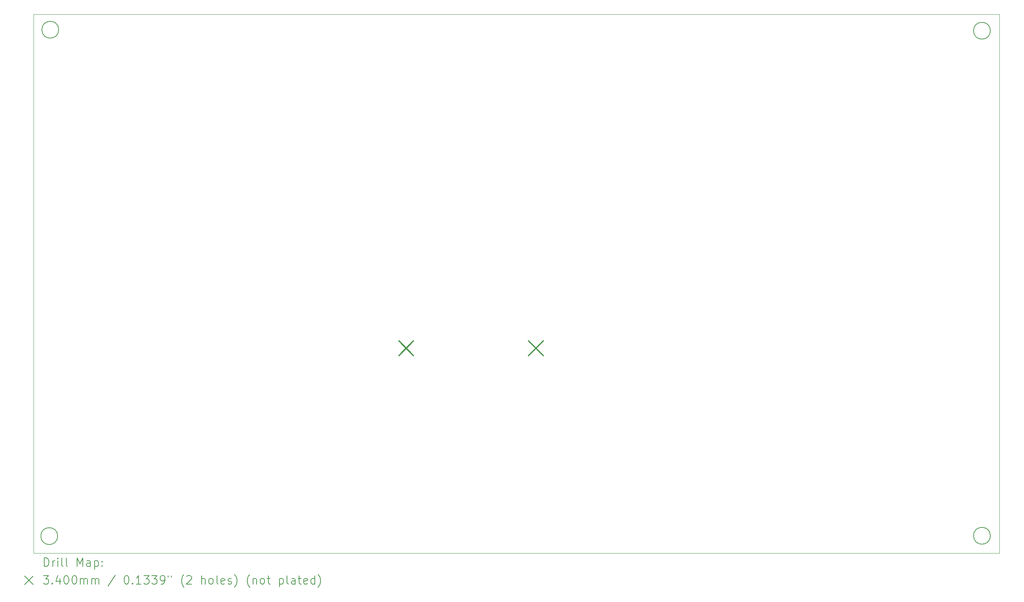
<source format=gbr>
%TF.GenerationSoftware,KiCad,Pcbnew,7.0.6*%
%TF.CreationDate,2024-01-17T13:08:57+07:00*%
%TF.ProjectId,Main,4d61696e-2e6b-4696-9361-645f70636258,rev?*%
%TF.SameCoordinates,Original*%
%TF.FileFunction,Drillmap*%
%TF.FilePolarity,Positive*%
%FSLAX45Y45*%
G04 Gerber Fmt 4.5, Leading zero omitted, Abs format (unit mm)*
G04 Created by KiCad (PCBNEW 7.0.6) date 2024-01-17 13:08:57*
%MOMM*%
%LPD*%
G01*
G04 APERTURE LIST*
%ADD10C,0.150000*%
%ADD11C,0.100000*%
%ADD12C,0.200000*%
%ADD13C,0.340000*%
G04 APERTURE END LIST*
D10*
X4655000Y-14943000D02*
G75*
G03*
X4655000Y-14943000I-200000J0D01*
G01*
X26780000Y-14935000D02*
G75*
G03*
X26780000Y-14935000I-200000J0D01*
G01*
D11*
X4080000Y-2556000D02*
X26991800Y-2556000D01*
X26991800Y-15344750D01*
X4080000Y-15344750D01*
X4080000Y-2556000D01*
D10*
X4679000Y-2921000D02*
G75*
G03*
X4679000Y-2921000I-200000J0D01*
G01*
X26780000Y-2945000D02*
G75*
G03*
X26780000Y-2945000I-200000J0D01*
G01*
D12*
D13*
X12754300Y-10314500D02*
X13094300Y-10654500D01*
X13094300Y-10314500D02*
X12754300Y-10654500D01*
X15829300Y-10314500D02*
X16169300Y-10654500D01*
X16169300Y-10314500D02*
X15829300Y-10654500D01*
D12*
X4335777Y-15661234D02*
X4335777Y-15461234D01*
X4335777Y-15461234D02*
X4383396Y-15461234D01*
X4383396Y-15461234D02*
X4411967Y-15470758D01*
X4411967Y-15470758D02*
X4431015Y-15489805D01*
X4431015Y-15489805D02*
X4440539Y-15508853D01*
X4440539Y-15508853D02*
X4450063Y-15546948D01*
X4450063Y-15546948D02*
X4450063Y-15575519D01*
X4450063Y-15575519D02*
X4440539Y-15613615D01*
X4440539Y-15613615D02*
X4431015Y-15632662D01*
X4431015Y-15632662D02*
X4411967Y-15651710D01*
X4411967Y-15651710D02*
X4383396Y-15661234D01*
X4383396Y-15661234D02*
X4335777Y-15661234D01*
X4535777Y-15661234D02*
X4535777Y-15527900D01*
X4535777Y-15565996D02*
X4545301Y-15546948D01*
X4545301Y-15546948D02*
X4554824Y-15537424D01*
X4554824Y-15537424D02*
X4573872Y-15527900D01*
X4573872Y-15527900D02*
X4592920Y-15527900D01*
X4659586Y-15661234D02*
X4659586Y-15527900D01*
X4659586Y-15461234D02*
X4650063Y-15470758D01*
X4650063Y-15470758D02*
X4659586Y-15480281D01*
X4659586Y-15480281D02*
X4669110Y-15470758D01*
X4669110Y-15470758D02*
X4659586Y-15461234D01*
X4659586Y-15461234D02*
X4659586Y-15480281D01*
X4783396Y-15661234D02*
X4764348Y-15651710D01*
X4764348Y-15651710D02*
X4754824Y-15632662D01*
X4754824Y-15632662D02*
X4754824Y-15461234D01*
X4888158Y-15661234D02*
X4869110Y-15651710D01*
X4869110Y-15651710D02*
X4859586Y-15632662D01*
X4859586Y-15632662D02*
X4859586Y-15461234D01*
X5116729Y-15661234D02*
X5116729Y-15461234D01*
X5116729Y-15461234D02*
X5183396Y-15604091D01*
X5183396Y-15604091D02*
X5250063Y-15461234D01*
X5250063Y-15461234D02*
X5250063Y-15661234D01*
X5431015Y-15661234D02*
X5431015Y-15556472D01*
X5431015Y-15556472D02*
X5421491Y-15537424D01*
X5421491Y-15537424D02*
X5402444Y-15527900D01*
X5402444Y-15527900D02*
X5364348Y-15527900D01*
X5364348Y-15527900D02*
X5345301Y-15537424D01*
X5431015Y-15651710D02*
X5411967Y-15661234D01*
X5411967Y-15661234D02*
X5364348Y-15661234D01*
X5364348Y-15661234D02*
X5345301Y-15651710D01*
X5345301Y-15651710D02*
X5335777Y-15632662D01*
X5335777Y-15632662D02*
X5335777Y-15613615D01*
X5335777Y-15613615D02*
X5345301Y-15594567D01*
X5345301Y-15594567D02*
X5364348Y-15585043D01*
X5364348Y-15585043D02*
X5411967Y-15585043D01*
X5411967Y-15585043D02*
X5431015Y-15575519D01*
X5526253Y-15527900D02*
X5526253Y-15727900D01*
X5526253Y-15537424D02*
X5545301Y-15527900D01*
X5545301Y-15527900D02*
X5583396Y-15527900D01*
X5583396Y-15527900D02*
X5602443Y-15537424D01*
X5602443Y-15537424D02*
X5611967Y-15546948D01*
X5611967Y-15546948D02*
X5621491Y-15565996D01*
X5621491Y-15565996D02*
X5621491Y-15623138D01*
X5621491Y-15623138D02*
X5611967Y-15642186D01*
X5611967Y-15642186D02*
X5602443Y-15651710D01*
X5602443Y-15651710D02*
X5583396Y-15661234D01*
X5583396Y-15661234D02*
X5545301Y-15661234D01*
X5545301Y-15661234D02*
X5526253Y-15651710D01*
X5707205Y-15642186D02*
X5716729Y-15651710D01*
X5716729Y-15651710D02*
X5707205Y-15661234D01*
X5707205Y-15661234D02*
X5697682Y-15651710D01*
X5697682Y-15651710D02*
X5707205Y-15642186D01*
X5707205Y-15642186D02*
X5707205Y-15661234D01*
X5707205Y-15537424D02*
X5716729Y-15546948D01*
X5716729Y-15546948D02*
X5707205Y-15556472D01*
X5707205Y-15556472D02*
X5697682Y-15546948D01*
X5697682Y-15546948D02*
X5707205Y-15537424D01*
X5707205Y-15537424D02*
X5707205Y-15556472D01*
X3875000Y-15889750D02*
X4075000Y-16089750D01*
X4075000Y-15889750D02*
X3875000Y-16089750D01*
X4316729Y-15881234D02*
X4440539Y-15881234D01*
X4440539Y-15881234D02*
X4373872Y-15957424D01*
X4373872Y-15957424D02*
X4402444Y-15957424D01*
X4402444Y-15957424D02*
X4421491Y-15966948D01*
X4421491Y-15966948D02*
X4431015Y-15976472D01*
X4431015Y-15976472D02*
X4440539Y-15995519D01*
X4440539Y-15995519D02*
X4440539Y-16043138D01*
X4440539Y-16043138D02*
X4431015Y-16062186D01*
X4431015Y-16062186D02*
X4421491Y-16071710D01*
X4421491Y-16071710D02*
X4402444Y-16081234D01*
X4402444Y-16081234D02*
X4345301Y-16081234D01*
X4345301Y-16081234D02*
X4326253Y-16071710D01*
X4326253Y-16071710D02*
X4316729Y-16062186D01*
X4526253Y-16062186D02*
X4535777Y-16071710D01*
X4535777Y-16071710D02*
X4526253Y-16081234D01*
X4526253Y-16081234D02*
X4516729Y-16071710D01*
X4516729Y-16071710D02*
X4526253Y-16062186D01*
X4526253Y-16062186D02*
X4526253Y-16081234D01*
X4707205Y-15947900D02*
X4707205Y-16081234D01*
X4659586Y-15871710D02*
X4611967Y-16014567D01*
X4611967Y-16014567D02*
X4735777Y-16014567D01*
X4850063Y-15881234D02*
X4869110Y-15881234D01*
X4869110Y-15881234D02*
X4888158Y-15890758D01*
X4888158Y-15890758D02*
X4897682Y-15900281D01*
X4897682Y-15900281D02*
X4907205Y-15919329D01*
X4907205Y-15919329D02*
X4916729Y-15957424D01*
X4916729Y-15957424D02*
X4916729Y-16005043D01*
X4916729Y-16005043D02*
X4907205Y-16043138D01*
X4907205Y-16043138D02*
X4897682Y-16062186D01*
X4897682Y-16062186D02*
X4888158Y-16071710D01*
X4888158Y-16071710D02*
X4869110Y-16081234D01*
X4869110Y-16081234D02*
X4850063Y-16081234D01*
X4850063Y-16081234D02*
X4831015Y-16071710D01*
X4831015Y-16071710D02*
X4821491Y-16062186D01*
X4821491Y-16062186D02*
X4811967Y-16043138D01*
X4811967Y-16043138D02*
X4802444Y-16005043D01*
X4802444Y-16005043D02*
X4802444Y-15957424D01*
X4802444Y-15957424D02*
X4811967Y-15919329D01*
X4811967Y-15919329D02*
X4821491Y-15900281D01*
X4821491Y-15900281D02*
X4831015Y-15890758D01*
X4831015Y-15890758D02*
X4850063Y-15881234D01*
X5040539Y-15881234D02*
X5059586Y-15881234D01*
X5059586Y-15881234D02*
X5078634Y-15890758D01*
X5078634Y-15890758D02*
X5088158Y-15900281D01*
X5088158Y-15900281D02*
X5097682Y-15919329D01*
X5097682Y-15919329D02*
X5107205Y-15957424D01*
X5107205Y-15957424D02*
X5107205Y-16005043D01*
X5107205Y-16005043D02*
X5097682Y-16043138D01*
X5097682Y-16043138D02*
X5088158Y-16062186D01*
X5088158Y-16062186D02*
X5078634Y-16071710D01*
X5078634Y-16071710D02*
X5059586Y-16081234D01*
X5059586Y-16081234D02*
X5040539Y-16081234D01*
X5040539Y-16081234D02*
X5021491Y-16071710D01*
X5021491Y-16071710D02*
X5011967Y-16062186D01*
X5011967Y-16062186D02*
X5002444Y-16043138D01*
X5002444Y-16043138D02*
X4992920Y-16005043D01*
X4992920Y-16005043D02*
X4992920Y-15957424D01*
X4992920Y-15957424D02*
X5002444Y-15919329D01*
X5002444Y-15919329D02*
X5011967Y-15900281D01*
X5011967Y-15900281D02*
X5021491Y-15890758D01*
X5021491Y-15890758D02*
X5040539Y-15881234D01*
X5192920Y-16081234D02*
X5192920Y-15947900D01*
X5192920Y-15966948D02*
X5202444Y-15957424D01*
X5202444Y-15957424D02*
X5221491Y-15947900D01*
X5221491Y-15947900D02*
X5250063Y-15947900D01*
X5250063Y-15947900D02*
X5269110Y-15957424D01*
X5269110Y-15957424D02*
X5278634Y-15976472D01*
X5278634Y-15976472D02*
X5278634Y-16081234D01*
X5278634Y-15976472D02*
X5288158Y-15957424D01*
X5288158Y-15957424D02*
X5307205Y-15947900D01*
X5307205Y-15947900D02*
X5335777Y-15947900D01*
X5335777Y-15947900D02*
X5354825Y-15957424D01*
X5354825Y-15957424D02*
X5364348Y-15976472D01*
X5364348Y-15976472D02*
X5364348Y-16081234D01*
X5459586Y-16081234D02*
X5459586Y-15947900D01*
X5459586Y-15966948D02*
X5469110Y-15957424D01*
X5469110Y-15957424D02*
X5488158Y-15947900D01*
X5488158Y-15947900D02*
X5516729Y-15947900D01*
X5516729Y-15947900D02*
X5535777Y-15957424D01*
X5535777Y-15957424D02*
X5545301Y-15976472D01*
X5545301Y-15976472D02*
X5545301Y-16081234D01*
X5545301Y-15976472D02*
X5554825Y-15957424D01*
X5554825Y-15957424D02*
X5573872Y-15947900D01*
X5573872Y-15947900D02*
X5602443Y-15947900D01*
X5602443Y-15947900D02*
X5621491Y-15957424D01*
X5621491Y-15957424D02*
X5631015Y-15976472D01*
X5631015Y-15976472D02*
X5631015Y-16081234D01*
X6021491Y-15871710D02*
X5850063Y-16128853D01*
X6278634Y-15881234D02*
X6297682Y-15881234D01*
X6297682Y-15881234D02*
X6316729Y-15890758D01*
X6316729Y-15890758D02*
X6326253Y-15900281D01*
X6326253Y-15900281D02*
X6335777Y-15919329D01*
X6335777Y-15919329D02*
X6345301Y-15957424D01*
X6345301Y-15957424D02*
X6345301Y-16005043D01*
X6345301Y-16005043D02*
X6335777Y-16043138D01*
X6335777Y-16043138D02*
X6326253Y-16062186D01*
X6326253Y-16062186D02*
X6316729Y-16071710D01*
X6316729Y-16071710D02*
X6297682Y-16081234D01*
X6297682Y-16081234D02*
X6278634Y-16081234D01*
X6278634Y-16081234D02*
X6259586Y-16071710D01*
X6259586Y-16071710D02*
X6250063Y-16062186D01*
X6250063Y-16062186D02*
X6240539Y-16043138D01*
X6240539Y-16043138D02*
X6231015Y-16005043D01*
X6231015Y-16005043D02*
X6231015Y-15957424D01*
X6231015Y-15957424D02*
X6240539Y-15919329D01*
X6240539Y-15919329D02*
X6250063Y-15900281D01*
X6250063Y-15900281D02*
X6259586Y-15890758D01*
X6259586Y-15890758D02*
X6278634Y-15881234D01*
X6431015Y-16062186D02*
X6440539Y-16071710D01*
X6440539Y-16071710D02*
X6431015Y-16081234D01*
X6431015Y-16081234D02*
X6421491Y-16071710D01*
X6421491Y-16071710D02*
X6431015Y-16062186D01*
X6431015Y-16062186D02*
X6431015Y-16081234D01*
X6631015Y-16081234D02*
X6516729Y-16081234D01*
X6573872Y-16081234D02*
X6573872Y-15881234D01*
X6573872Y-15881234D02*
X6554825Y-15909805D01*
X6554825Y-15909805D02*
X6535777Y-15928853D01*
X6535777Y-15928853D02*
X6516729Y-15938377D01*
X6697682Y-15881234D02*
X6821491Y-15881234D01*
X6821491Y-15881234D02*
X6754825Y-15957424D01*
X6754825Y-15957424D02*
X6783396Y-15957424D01*
X6783396Y-15957424D02*
X6802444Y-15966948D01*
X6802444Y-15966948D02*
X6811967Y-15976472D01*
X6811967Y-15976472D02*
X6821491Y-15995519D01*
X6821491Y-15995519D02*
X6821491Y-16043138D01*
X6821491Y-16043138D02*
X6811967Y-16062186D01*
X6811967Y-16062186D02*
X6802444Y-16071710D01*
X6802444Y-16071710D02*
X6783396Y-16081234D01*
X6783396Y-16081234D02*
X6726253Y-16081234D01*
X6726253Y-16081234D02*
X6707206Y-16071710D01*
X6707206Y-16071710D02*
X6697682Y-16062186D01*
X6888158Y-15881234D02*
X7011967Y-15881234D01*
X7011967Y-15881234D02*
X6945301Y-15957424D01*
X6945301Y-15957424D02*
X6973872Y-15957424D01*
X6973872Y-15957424D02*
X6992920Y-15966948D01*
X6992920Y-15966948D02*
X7002444Y-15976472D01*
X7002444Y-15976472D02*
X7011967Y-15995519D01*
X7011967Y-15995519D02*
X7011967Y-16043138D01*
X7011967Y-16043138D02*
X7002444Y-16062186D01*
X7002444Y-16062186D02*
X6992920Y-16071710D01*
X6992920Y-16071710D02*
X6973872Y-16081234D01*
X6973872Y-16081234D02*
X6916729Y-16081234D01*
X6916729Y-16081234D02*
X6897682Y-16071710D01*
X6897682Y-16071710D02*
X6888158Y-16062186D01*
X7107206Y-16081234D02*
X7145301Y-16081234D01*
X7145301Y-16081234D02*
X7164348Y-16071710D01*
X7164348Y-16071710D02*
X7173872Y-16062186D01*
X7173872Y-16062186D02*
X7192920Y-16033615D01*
X7192920Y-16033615D02*
X7202444Y-15995519D01*
X7202444Y-15995519D02*
X7202444Y-15919329D01*
X7202444Y-15919329D02*
X7192920Y-15900281D01*
X7192920Y-15900281D02*
X7183396Y-15890758D01*
X7183396Y-15890758D02*
X7164348Y-15881234D01*
X7164348Y-15881234D02*
X7126253Y-15881234D01*
X7126253Y-15881234D02*
X7107206Y-15890758D01*
X7107206Y-15890758D02*
X7097682Y-15900281D01*
X7097682Y-15900281D02*
X7088158Y-15919329D01*
X7088158Y-15919329D02*
X7088158Y-15966948D01*
X7088158Y-15966948D02*
X7097682Y-15985996D01*
X7097682Y-15985996D02*
X7107206Y-15995519D01*
X7107206Y-15995519D02*
X7126253Y-16005043D01*
X7126253Y-16005043D02*
X7164348Y-16005043D01*
X7164348Y-16005043D02*
X7183396Y-15995519D01*
X7183396Y-15995519D02*
X7192920Y-15985996D01*
X7192920Y-15985996D02*
X7202444Y-15966948D01*
X7278634Y-15881234D02*
X7278634Y-15919329D01*
X7354825Y-15881234D02*
X7354825Y-15919329D01*
X7650063Y-16157424D02*
X7640539Y-16147900D01*
X7640539Y-16147900D02*
X7621491Y-16119329D01*
X7621491Y-16119329D02*
X7611968Y-16100281D01*
X7611968Y-16100281D02*
X7602444Y-16071710D01*
X7602444Y-16071710D02*
X7592920Y-16024091D01*
X7592920Y-16024091D02*
X7592920Y-15985996D01*
X7592920Y-15985996D02*
X7602444Y-15938377D01*
X7602444Y-15938377D02*
X7611968Y-15909805D01*
X7611968Y-15909805D02*
X7621491Y-15890758D01*
X7621491Y-15890758D02*
X7640539Y-15862186D01*
X7640539Y-15862186D02*
X7650063Y-15852662D01*
X7716729Y-15900281D02*
X7726253Y-15890758D01*
X7726253Y-15890758D02*
X7745301Y-15881234D01*
X7745301Y-15881234D02*
X7792920Y-15881234D01*
X7792920Y-15881234D02*
X7811968Y-15890758D01*
X7811968Y-15890758D02*
X7821491Y-15900281D01*
X7821491Y-15900281D02*
X7831015Y-15919329D01*
X7831015Y-15919329D02*
X7831015Y-15938377D01*
X7831015Y-15938377D02*
X7821491Y-15966948D01*
X7821491Y-15966948D02*
X7707206Y-16081234D01*
X7707206Y-16081234D02*
X7831015Y-16081234D01*
X8069110Y-16081234D02*
X8069110Y-15881234D01*
X8154825Y-16081234D02*
X8154825Y-15976472D01*
X8154825Y-15976472D02*
X8145301Y-15957424D01*
X8145301Y-15957424D02*
X8126253Y-15947900D01*
X8126253Y-15947900D02*
X8097682Y-15947900D01*
X8097682Y-15947900D02*
X8078634Y-15957424D01*
X8078634Y-15957424D02*
X8069110Y-15966948D01*
X8278634Y-16081234D02*
X8259587Y-16071710D01*
X8259587Y-16071710D02*
X8250063Y-16062186D01*
X8250063Y-16062186D02*
X8240539Y-16043138D01*
X8240539Y-16043138D02*
X8240539Y-15985996D01*
X8240539Y-15985996D02*
X8250063Y-15966948D01*
X8250063Y-15966948D02*
X8259587Y-15957424D01*
X8259587Y-15957424D02*
X8278634Y-15947900D01*
X8278634Y-15947900D02*
X8307206Y-15947900D01*
X8307206Y-15947900D02*
X8326253Y-15957424D01*
X8326253Y-15957424D02*
X8335777Y-15966948D01*
X8335777Y-15966948D02*
X8345301Y-15985996D01*
X8345301Y-15985996D02*
X8345301Y-16043138D01*
X8345301Y-16043138D02*
X8335777Y-16062186D01*
X8335777Y-16062186D02*
X8326253Y-16071710D01*
X8326253Y-16071710D02*
X8307206Y-16081234D01*
X8307206Y-16081234D02*
X8278634Y-16081234D01*
X8459587Y-16081234D02*
X8440539Y-16071710D01*
X8440539Y-16071710D02*
X8431015Y-16052662D01*
X8431015Y-16052662D02*
X8431015Y-15881234D01*
X8611968Y-16071710D02*
X8592920Y-16081234D01*
X8592920Y-16081234D02*
X8554825Y-16081234D01*
X8554825Y-16081234D02*
X8535777Y-16071710D01*
X8535777Y-16071710D02*
X8526253Y-16052662D01*
X8526253Y-16052662D02*
X8526253Y-15976472D01*
X8526253Y-15976472D02*
X8535777Y-15957424D01*
X8535777Y-15957424D02*
X8554825Y-15947900D01*
X8554825Y-15947900D02*
X8592920Y-15947900D01*
X8592920Y-15947900D02*
X8611968Y-15957424D01*
X8611968Y-15957424D02*
X8621492Y-15976472D01*
X8621492Y-15976472D02*
X8621492Y-15995519D01*
X8621492Y-15995519D02*
X8526253Y-16014567D01*
X8697682Y-16071710D02*
X8716730Y-16081234D01*
X8716730Y-16081234D02*
X8754825Y-16081234D01*
X8754825Y-16081234D02*
X8773873Y-16071710D01*
X8773873Y-16071710D02*
X8783396Y-16052662D01*
X8783396Y-16052662D02*
X8783396Y-16043138D01*
X8783396Y-16043138D02*
X8773873Y-16024091D01*
X8773873Y-16024091D02*
X8754825Y-16014567D01*
X8754825Y-16014567D02*
X8726253Y-16014567D01*
X8726253Y-16014567D02*
X8707206Y-16005043D01*
X8707206Y-16005043D02*
X8697682Y-15985996D01*
X8697682Y-15985996D02*
X8697682Y-15976472D01*
X8697682Y-15976472D02*
X8707206Y-15957424D01*
X8707206Y-15957424D02*
X8726253Y-15947900D01*
X8726253Y-15947900D02*
X8754825Y-15947900D01*
X8754825Y-15947900D02*
X8773873Y-15957424D01*
X8850063Y-16157424D02*
X8859587Y-16147900D01*
X8859587Y-16147900D02*
X8878634Y-16119329D01*
X8878634Y-16119329D02*
X8888158Y-16100281D01*
X8888158Y-16100281D02*
X8897682Y-16071710D01*
X8897682Y-16071710D02*
X8907206Y-16024091D01*
X8907206Y-16024091D02*
X8907206Y-15985996D01*
X8907206Y-15985996D02*
X8897682Y-15938377D01*
X8897682Y-15938377D02*
X8888158Y-15909805D01*
X8888158Y-15909805D02*
X8878634Y-15890758D01*
X8878634Y-15890758D02*
X8859587Y-15862186D01*
X8859587Y-15862186D02*
X8850063Y-15852662D01*
X9211968Y-16157424D02*
X9202444Y-16147900D01*
X9202444Y-16147900D02*
X9183396Y-16119329D01*
X9183396Y-16119329D02*
X9173873Y-16100281D01*
X9173873Y-16100281D02*
X9164349Y-16071710D01*
X9164349Y-16071710D02*
X9154825Y-16024091D01*
X9154825Y-16024091D02*
X9154825Y-15985996D01*
X9154825Y-15985996D02*
X9164349Y-15938377D01*
X9164349Y-15938377D02*
X9173873Y-15909805D01*
X9173873Y-15909805D02*
X9183396Y-15890758D01*
X9183396Y-15890758D02*
X9202444Y-15862186D01*
X9202444Y-15862186D02*
X9211968Y-15852662D01*
X9288158Y-15947900D02*
X9288158Y-16081234D01*
X9288158Y-15966948D02*
X9297682Y-15957424D01*
X9297682Y-15957424D02*
X9316730Y-15947900D01*
X9316730Y-15947900D02*
X9345301Y-15947900D01*
X9345301Y-15947900D02*
X9364349Y-15957424D01*
X9364349Y-15957424D02*
X9373873Y-15976472D01*
X9373873Y-15976472D02*
X9373873Y-16081234D01*
X9497682Y-16081234D02*
X9478634Y-16071710D01*
X9478634Y-16071710D02*
X9469111Y-16062186D01*
X9469111Y-16062186D02*
X9459587Y-16043138D01*
X9459587Y-16043138D02*
X9459587Y-15985996D01*
X9459587Y-15985996D02*
X9469111Y-15966948D01*
X9469111Y-15966948D02*
X9478634Y-15957424D01*
X9478634Y-15957424D02*
X9497682Y-15947900D01*
X9497682Y-15947900D02*
X9526254Y-15947900D01*
X9526254Y-15947900D02*
X9545301Y-15957424D01*
X9545301Y-15957424D02*
X9554825Y-15966948D01*
X9554825Y-15966948D02*
X9564349Y-15985996D01*
X9564349Y-15985996D02*
X9564349Y-16043138D01*
X9564349Y-16043138D02*
X9554825Y-16062186D01*
X9554825Y-16062186D02*
X9545301Y-16071710D01*
X9545301Y-16071710D02*
X9526254Y-16081234D01*
X9526254Y-16081234D02*
X9497682Y-16081234D01*
X9621492Y-15947900D02*
X9697682Y-15947900D01*
X9650063Y-15881234D02*
X9650063Y-16052662D01*
X9650063Y-16052662D02*
X9659587Y-16071710D01*
X9659587Y-16071710D02*
X9678634Y-16081234D01*
X9678634Y-16081234D02*
X9697682Y-16081234D01*
X9916730Y-15947900D02*
X9916730Y-16147900D01*
X9916730Y-15957424D02*
X9935777Y-15947900D01*
X9935777Y-15947900D02*
X9973873Y-15947900D01*
X9973873Y-15947900D02*
X9992920Y-15957424D01*
X9992920Y-15957424D02*
X10002444Y-15966948D01*
X10002444Y-15966948D02*
X10011968Y-15985996D01*
X10011968Y-15985996D02*
X10011968Y-16043138D01*
X10011968Y-16043138D02*
X10002444Y-16062186D01*
X10002444Y-16062186D02*
X9992920Y-16071710D01*
X9992920Y-16071710D02*
X9973873Y-16081234D01*
X9973873Y-16081234D02*
X9935777Y-16081234D01*
X9935777Y-16081234D02*
X9916730Y-16071710D01*
X10126254Y-16081234D02*
X10107206Y-16071710D01*
X10107206Y-16071710D02*
X10097682Y-16052662D01*
X10097682Y-16052662D02*
X10097682Y-15881234D01*
X10288158Y-16081234D02*
X10288158Y-15976472D01*
X10288158Y-15976472D02*
X10278635Y-15957424D01*
X10278635Y-15957424D02*
X10259587Y-15947900D01*
X10259587Y-15947900D02*
X10221492Y-15947900D01*
X10221492Y-15947900D02*
X10202444Y-15957424D01*
X10288158Y-16071710D02*
X10269111Y-16081234D01*
X10269111Y-16081234D02*
X10221492Y-16081234D01*
X10221492Y-16081234D02*
X10202444Y-16071710D01*
X10202444Y-16071710D02*
X10192920Y-16052662D01*
X10192920Y-16052662D02*
X10192920Y-16033615D01*
X10192920Y-16033615D02*
X10202444Y-16014567D01*
X10202444Y-16014567D02*
X10221492Y-16005043D01*
X10221492Y-16005043D02*
X10269111Y-16005043D01*
X10269111Y-16005043D02*
X10288158Y-15995519D01*
X10354825Y-15947900D02*
X10431015Y-15947900D01*
X10383396Y-15881234D02*
X10383396Y-16052662D01*
X10383396Y-16052662D02*
X10392920Y-16071710D01*
X10392920Y-16071710D02*
X10411968Y-16081234D01*
X10411968Y-16081234D02*
X10431015Y-16081234D01*
X10573873Y-16071710D02*
X10554825Y-16081234D01*
X10554825Y-16081234D02*
X10516730Y-16081234D01*
X10516730Y-16081234D02*
X10497682Y-16071710D01*
X10497682Y-16071710D02*
X10488158Y-16052662D01*
X10488158Y-16052662D02*
X10488158Y-15976472D01*
X10488158Y-15976472D02*
X10497682Y-15957424D01*
X10497682Y-15957424D02*
X10516730Y-15947900D01*
X10516730Y-15947900D02*
X10554825Y-15947900D01*
X10554825Y-15947900D02*
X10573873Y-15957424D01*
X10573873Y-15957424D02*
X10583396Y-15976472D01*
X10583396Y-15976472D02*
X10583396Y-15995519D01*
X10583396Y-15995519D02*
X10488158Y-16014567D01*
X10754825Y-16081234D02*
X10754825Y-15881234D01*
X10754825Y-16071710D02*
X10735777Y-16081234D01*
X10735777Y-16081234D02*
X10697682Y-16081234D01*
X10697682Y-16081234D02*
X10678635Y-16071710D01*
X10678635Y-16071710D02*
X10669111Y-16062186D01*
X10669111Y-16062186D02*
X10659587Y-16043138D01*
X10659587Y-16043138D02*
X10659587Y-15985996D01*
X10659587Y-15985996D02*
X10669111Y-15966948D01*
X10669111Y-15966948D02*
X10678635Y-15957424D01*
X10678635Y-15957424D02*
X10697682Y-15947900D01*
X10697682Y-15947900D02*
X10735777Y-15947900D01*
X10735777Y-15947900D02*
X10754825Y-15957424D01*
X10831016Y-16157424D02*
X10840539Y-16147900D01*
X10840539Y-16147900D02*
X10859587Y-16119329D01*
X10859587Y-16119329D02*
X10869111Y-16100281D01*
X10869111Y-16100281D02*
X10878635Y-16071710D01*
X10878635Y-16071710D02*
X10888158Y-16024091D01*
X10888158Y-16024091D02*
X10888158Y-15985996D01*
X10888158Y-15985996D02*
X10878635Y-15938377D01*
X10878635Y-15938377D02*
X10869111Y-15909805D01*
X10869111Y-15909805D02*
X10859587Y-15890758D01*
X10859587Y-15890758D02*
X10840539Y-15862186D01*
X10840539Y-15862186D02*
X10831016Y-15852662D01*
M02*

</source>
